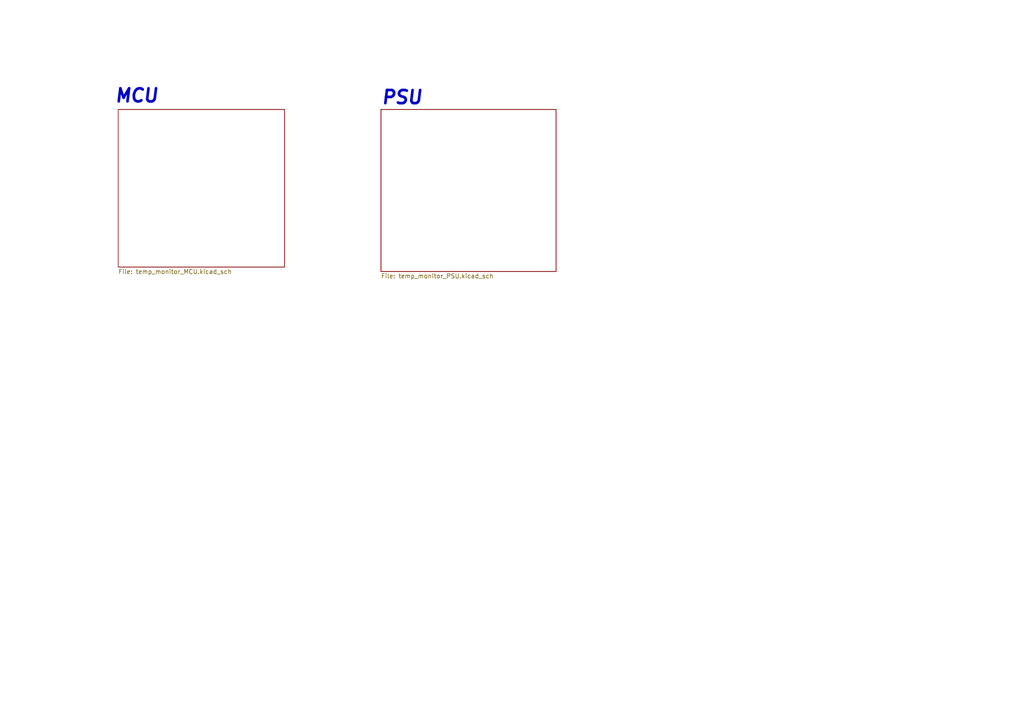
<source format=kicad_sch>
(kicad_sch
	(version 20231120)
	(generator "eeschema")
	(generator_version "8.0")
	(uuid "ced52ab6-f4bd-4b6d-9971-ff18b2be18bb")
	(paper "A4")
	(lib_symbols)
	(text "MCU"
		(exclude_from_sim no)
		(at 39.624 27.94 0)
		(effects
			(font
				(size 3.81 3.81)
				(thickness 0.762)
				(bold yes)
				(italic yes)
			)
		)
		(uuid "5d377d26-3f23-46a2-a637-914ce4b8e3d0")
	)
	(text "PSU"
		(exclude_from_sim no)
		(at 116.586 28.448 0)
		(effects
			(font
				(size 3.81 3.81)
				(thickness 0.762)
				(bold yes)
				(italic yes)
			)
		)
		(uuid "dc3faa31-c92c-447c-a099-1ae34d1aaaa2")
	)
	(sheet
		(at 110.49 31.75)
		(size 50.8 46.99)
		(fields_autoplaced yes)
		(stroke
			(width 0.1524)
			(type solid)
		)
		(fill
			(color 0 0 0 0.0000)
		)
		(uuid "7791b4f6-897b-4b0a-8dbd-3f9e9f8412f8")
		(property "Sheetname" "temp_monitor_PSU"
			(at 110.49 31.0384 0)
			(effects
				(font
					(size 1.27 1.27)
				)
				(justify left bottom)
				(hide yes)
			)
		)
		(property "Sheetfile" "temp_monitor_PSU.kicad_sch"
			(at 110.49 79.3246 0)
			(effects
				(font
					(size 1.27 1.27)
				)
				(justify left top)
			)
		)
		(instances
			(project "temp_monitor"
				(path "/ced52ab6-f4bd-4b6d-9971-ff18b2be18bb"
					(page "3")
				)
			)
		)
	)
	(sheet
		(at 34.29 31.75)
		(size 48.26 45.72)
		(stroke
			(width 0.1524)
			(type solid)
		)
		(fill
			(color 0 0 0 0.0000)
		)
		(uuid "ac852bb1-3d3c-4a23-9ded-27c211638ad2")
		(property "Sheetname" "temp_monitor_MCU"
			(at 34.29 31.0384 0)
			(effects
				(font
					(size 1.27 1.27)
				)
				(justify left bottom)
				(hide yes)
			)
		)
		(property "Sheetfile" "temp_monitor_MCU.kicad_sch"
			(at 34.29 78.0546 0)
			(effects
				(font
					(size 1.27 1.27)
				)
				(justify left top)
			)
		)
		(instances
			(project "temp_monitor"
				(path "/ced52ab6-f4bd-4b6d-9971-ff18b2be18bb"
					(page "2")
				)
			)
		)
	)
	(sheet_instances
		(path "/"
			(page "1")
		)
	)
)

</source>
